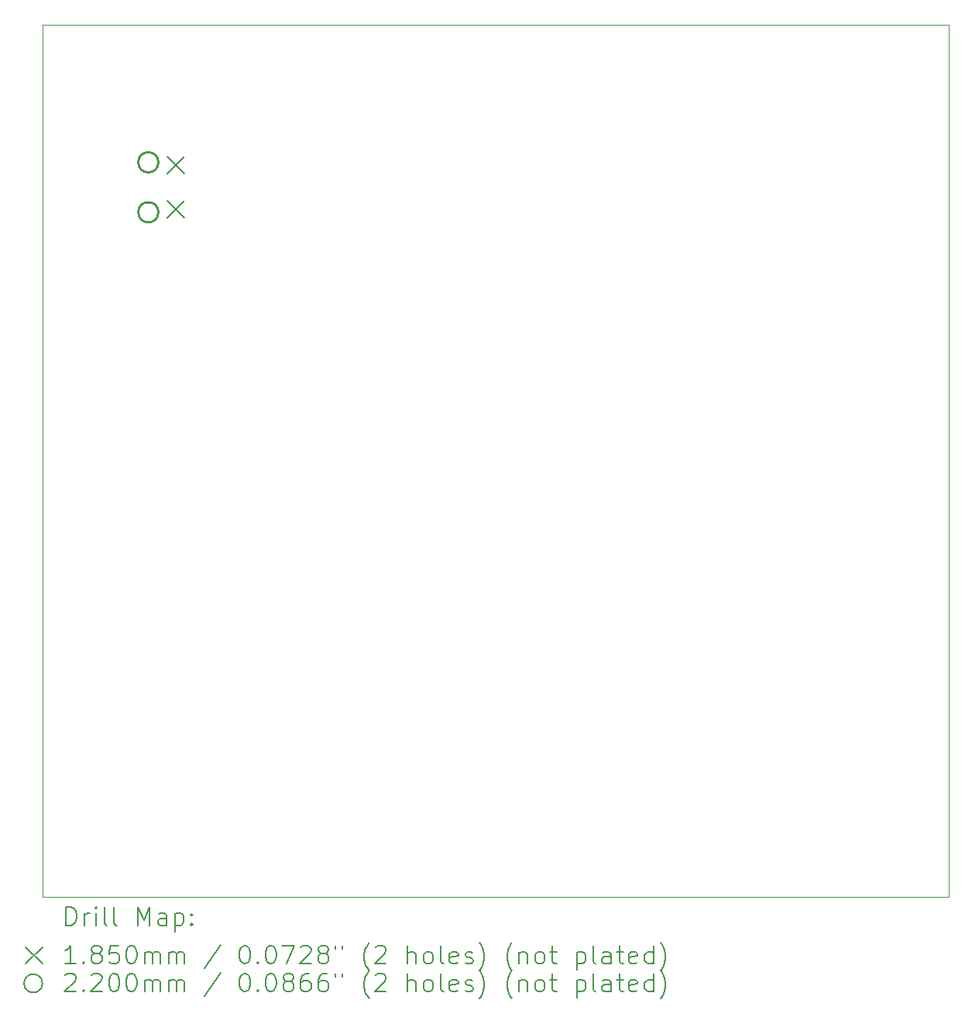
<source format=gbr>
%TF.GenerationSoftware,KiCad,Pcbnew,9.0.2*%
%TF.CreationDate,2025-06-21T00:54:54+02:00*%
%TF.ProjectId,schaltung_labor_netzteil_display,73636861-6c74-4756-9e67-5f6c61626f72,rev?*%
%TF.SameCoordinates,Original*%
%TF.FileFunction,Drillmap*%
%TF.FilePolarity,Positive*%
%FSLAX45Y45*%
G04 Gerber Fmt 4.5, Leading zero omitted, Abs format (unit mm)*
G04 Created by KiCad (PCBNEW 9.0.2) date 2025-06-21 00:54:54*
%MOMM*%
%LPD*%
G01*
G04 APERTURE LIST*
%ADD10C,0.050000*%
%ADD11C,0.200000*%
%ADD12C,0.185000*%
%ADD13C,0.220000*%
G04 APERTURE END LIST*
D10*
X17653000Y-2032000D02*
X27559000Y-2032000D01*
X27559000Y-11557000D01*
X17653000Y-11557000D01*
X17653000Y-2032000D01*
D11*
D12*
X19019500Y-3475000D02*
X19204500Y-3660000D01*
X19204500Y-3475000D02*
X19019500Y-3660000D01*
X19019500Y-3960000D02*
X19204500Y-4145000D01*
X19204500Y-3960000D02*
X19019500Y-4145000D01*
D13*
X18919000Y-3537500D02*
G75*
G02*
X18699000Y-3537500I-110000J0D01*
G01*
X18699000Y-3537500D02*
G75*
G02*
X18919000Y-3537500I110000J0D01*
G01*
X18919000Y-4082500D02*
G75*
G02*
X18699000Y-4082500I-110000J0D01*
G01*
X18699000Y-4082500D02*
G75*
G02*
X18919000Y-4082500I110000J0D01*
G01*
D11*
X17911277Y-11870984D02*
X17911277Y-11670984D01*
X17911277Y-11670984D02*
X17958896Y-11670984D01*
X17958896Y-11670984D02*
X17987467Y-11680508D01*
X17987467Y-11680508D02*
X18006515Y-11699555D01*
X18006515Y-11699555D02*
X18016039Y-11718603D01*
X18016039Y-11718603D02*
X18025563Y-11756698D01*
X18025563Y-11756698D02*
X18025563Y-11785269D01*
X18025563Y-11785269D02*
X18016039Y-11823365D01*
X18016039Y-11823365D02*
X18006515Y-11842412D01*
X18006515Y-11842412D02*
X17987467Y-11861460D01*
X17987467Y-11861460D02*
X17958896Y-11870984D01*
X17958896Y-11870984D02*
X17911277Y-11870984D01*
X18111277Y-11870984D02*
X18111277Y-11737650D01*
X18111277Y-11775746D02*
X18120801Y-11756698D01*
X18120801Y-11756698D02*
X18130324Y-11747174D01*
X18130324Y-11747174D02*
X18149372Y-11737650D01*
X18149372Y-11737650D02*
X18168420Y-11737650D01*
X18235086Y-11870984D02*
X18235086Y-11737650D01*
X18235086Y-11670984D02*
X18225563Y-11680508D01*
X18225563Y-11680508D02*
X18235086Y-11690031D01*
X18235086Y-11690031D02*
X18244610Y-11680508D01*
X18244610Y-11680508D02*
X18235086Y-11670984D01*
X18235086Y-11670984D02*
X18235086Y-11690031D01*
X18358896Y-11870984D02*
X18339848Y-11861460D01*
X18339848Y-11861460D02*
X18330324Y-11842412D01*
X18330324Y-11842412D02*
X18330324Y-11670984D01*
X18463658Y-11870984D02*
X18444610Y-11861460D01*
X18444610Y-11861460D02*
X18435086Y-11842412D01*
X18435086Y-11842412D02*
X18435086Y-11670984D01*
X18692229Y-11870984D02*
X18692229Y-11670984D01*
X18692229Y-11670984D02*
X18758896Y-11813841D01*
X18758896Y-11813841D02*
X18825563Y-11670984D01*
X18825563Y-11670984D02*
X18825563Y-11870984D01*
X19006515Y-11870984D02*
X19006515Y-11766222D01*
X19006515Y-11766222D02*
X18996991Y-11747174D01*
X18996991Y-11747174D02*
X18977944Y-11737650D01*
X18977944Y-11737650D02*
X18939848Y-11737650D01*
X18939848Y-11737650D02*
X18920801Y-11747174D01*
X19006515Y-11861460D02*
X18987467Y-11870984D01*
X18987467Y-11870984D02*
X18939848Y-11870984D01*
X18939848Y-11870984D02*
X18920801Y-11861460D01*
X18920801Y-11861460D02*
X18911277Y-11842412D01*
X18911277Y-11842412D02*
X18911277Y-11823365D01*
X18911277Y-11823365D02*
X18920801Y-11804317D01*
X18920801Y-11804317D02*
X18939848Y-11794793D01*
X18939848Y-11794793D02*
X18987467Y-11794793D01*
X18987467Y-11794793D02*
X19006515Y-11785269D01*
X19101753Y-11737650D02*
X19101753Y-11937650D01*
X19101753Y-11747174D02*
X19120801Y-11737650D01*
X19120801Y-11737650D02*
X19158896Y-11737650D01*
X19158896Y-11737650D02*
X19177944Y-11747174D01*
X19177944Y-11747174D02*
X19187467Y-11756698D01*
X19187467Y-11756698D02*
X19196991Y-11775746D01*
X19196991Y-11775746D02*
X19196991Y-11832888D01*
X19196991Y-11832888D02*
X19187467Y-11851936D01*
X19187467Y-11851936D02*
X19177944Y-11861460D01*
X19177944Y-11861460D02*
X19158896Y-11870984D01*
X19158896Y-11870984D02*
X19120801Y-11870984D01*
X19120801Y-11870984D02*
X19101753Y-11861460D01*
X19282705Y-11851936D02*
X19292229Y-11861460D01*
X19292229Y-11861460D02*
X19282705Y-11870984D01*
X19282705Y-11870984D02*
X19273182Y-11861460D01*
X19273182Y-11861460D02*
X19282705Y-11851936D01*
X19282705Y-11851936D02*
X19282705Y-11870984D01*
X19282705Y-11747174D02*
X19292229Y-11756698D01*
X19292229Y-11756698D02*
X19282705Y-11766222D01*
X19282705Y-11766222D02*
X19273182Y-11756698D01*
X19273182Y-11756698D02*
X19282705Y-11747174D01*
X19282705Y-11747174D02*
X19282705Y-11766222D01*
D12*
X17465500Y-12107000D02*
X17650500Y-12292000D01*
X17650500Y-12107000D02*
X17465500Y-12292000D01*
D11*
X18016039Y-12290984D02*
X17901753Y-12290984D01*
X17958896Y-12290984D02*
X17958896Y-12090984D01*
X17958896Y-12090984D02*
X17939848Y-12119555D01*
X17939848Y-12119555D02*
X17920801Y-12138603D01*
X17920801Y-12138603D02*
X17901753Y-12148127D01*
X18101753Y-12271936D02*
X18111277Y-12281460D01*
X18111277Y-12281460D02*
X18101753Y-12290984D01*
X18101753Y-12290984D02*
X18092229Y-12281460D01*
X18092229Y-12281460D02*
X18101753Y-12271936D01*
X18101753Y-12271936D02*
X18101753Y-12290984D01*
X18225563Y-12176698D02*
X18206515Y-12167174D01*
X18206515Y-12167174D02*
X18196991Y-12157650D01*
X18196991Y-12157650D02*
X18187467Y-12138603D01*
X18187467Y-12138603D02*
X18187467Y-12129079D01*
X18187467Y-12129079D02*
X18196991Y-12110031D01*
X18196991Y-12110031D02*
X18206515Y-12100508D01*
X18206515Y-12100508D02*
X18225563Y-12090984D01*
X18225563Y-12090984D02*
X18263658Y-12090984D01*
X18263658Y-12090984D02*
X18282705Y-12100508D01*
X18282705Y-12100508D02*
X18292229Y-12110031D01*
X18292229Y-12110031D02*
X18301753Y-12129079D01*
X18301753Y-12129079D02*
X18301753Y-12138603D01*
X18301753Y-12138603D02*
X18292229Y-12157650D01*
X18292229Y-12157650D02*
X18282705Y-12167174D01*
X18282705Y-12167174D02*
X18263658Y-12176698D01*
X18263658Y-12176698D02*
X18225563Y-12176698D01*
X18225563Y-12176698D02*
X18206515Y-12186222D01*
X18206515Y-12186222D02*
X18196991Y-12195746D01*
X18196991Y-12195746D02*
X18187467Y-12214793D01*
X18187467Y-12214793D02*
X18187467Y-12252888D01*
X18187467Y-12252888D02*
X18196991Y-12271936D01*
X18196991Y-12271936D02*
X18206515Y-12281460D01*
X18206515Y-12281460D02*
X18225563Y-12290984D01*
X18225563Y-12290984D02*
X18263658Y-12290984D01*
X18263658Y-12290984D02*
X18282705Y-12281460D01*
X18282705Y-12281460D02*
X18292229Y-12271936D01*
X18292229Y-12271936D02*
X18301753Y-12252888D01*
X18301753Y-12252888D02*
X18301753Y-12214793D01*
X18301753Y-12214793D02*
X18292229Y-12195746D01*
X18292229Y-12195746D02*
X18282705Y-12186222D01*
X18282705Y-12186222D02*
X18263658Y-12176698D01*
X18482705Y-12090984D02*
X18387467Y-12090984D01*
X18387467Y-12090984D02*
X18377944Y-12186222D01*
X18377944Y-12186222D02*
X18387467Y-12176698D01*
X18387467Y-12176698D02*
X18406515Y-12167174D01*
X18406515Y-12167174D02*
X18454134Y-12167174D01*
X18454134Y-12167174D02*
X18473182Y-12176698D01*
X18473182Y-12176698D02*
X18482705Y-12186222D01*
X18482705Y-12186222D02*
X18492229Y-12205269D01*
X18492229Y-12205269D02*
X18492229Y-12252888D01*
X18492229Y-12252888D02*
X18482705Y-12271936D01*
X18482705Y-12271936D02*
X18473182Y-12281460D01*
X18473182Y-12281460D02*
X18454134Y-12290984D01*
X18454134Y-12290984D02*
X18406515Y-12290984D01*
X18406515Y-12290984D02*
X18387467Y-12281460D01*
X18387467Y-12281460D02*
X18377944Y-12271936D01*
X18616039Y-12090984D02*
X18635086Y-12090984D01*
X18635086Y-12090984D02*
X18654134Y-12100508D01*
X18654134Y-12100508D02*
X18663658Y-12110031D01*
X18663658Y-12110031D02*
X18673182Y-12129079D01*
X18673182Y-12129079D02*
X18682705Y-12167174D01*
X18682705Y-12167174D02*
X18682705Y-12214793D01*
X18682705Y-12214793D02*
X18673182Y-12252888D01*
X18673182Y-12252888D02*
X18663658Y-12271936D01*
X18663658Y-12271936D02*
X18654134Y-12281460D01*
X18654134Y-12281460D02*
X18635086Y-12290984D01*
X18635086Y-12290984D02*
X18616039Y-12290984D01*
X18616039Y-12290984D02*
X18596991Y-12281460D01*
X18596991Y-12281460D02*
X18587467Y-12271936D01*
X18587467Y-12271936D02*
X18577944Y-12252888D01*
X18577944Y-12252888D02*
X18568420Y-12214793D01*
X18568420Y-12214793D02*
X18568420Y-12167174D01*
X18568420Y-12167174D02*
X18577944Y-12129079D01*
X18577944Y-12129079D02*
X18587467Y-12110031D01*
X18587467Y-12110031D02*
X18596991Y-12100508D01*
X18596991Y-12100508D02*
X18616039Y-12090984D01*
X18768420Y-12290984D02*
X18768420Y-12157650D01*
X18768420Y-12176698D02*
X18777944Y-12167174D01*
X18777944Y-12167174D02*
X18796991Y-12157650D01*
X18796991Y-12157650D02*
X18825563Y-12157650D01*
X18825563Y-12157650D02*
X18844610Y-12167174D01*
X18844610Y-12167174D02*
X18854134Y-12186222D01*
X18854134Y-12186222D02*
X18854134Y-12290984D01*
X18854134Y-12186222D02*
X18863658Y-12167174D01*
X18863658Y-12167174D02*
X18882705Y-12157650D01*
X18882705Y-12157650D02*
X18911277Y-12157650D01*
X18911277Y-12157650D02*
X18930325Y-12167174D01*
X18930325Y-12167174D02*
X18939848Y-12186222D01*
X18939848Y-12186222D02*
X18939848Y-12290984D01*
X19035086Y-12290984D02*
X19035086Y-12157650D01*
X19035086Y-12176698D02*
X19044610Y-12167174D01*
X19044610Y-12167174D02*
X19063658Y-12157650D01*
X19063658Y-12157650D02*
X19092229Y-12157650D01*
X19092229Y-12157650D02*
X19111277Y-12167174D01*
X19111277Y-12167174D02*
X19120801Y-12186222D01*
X19120801Y-12186222D02*
X19120801Y-12290984D01*
X19120801Y-12186222D02*
X19130325Y-12167174D01*
X19130325Y-12167174D02*
X19149372Y-12157650D01*
X19149372Y-12157650D02*
X19177944Y-12157650D01*
X19177944Y-12157650D02*
X19196991Y-12167174D01*
X19196991Y-12167174D02*
X19206515Y-12186222D01*
X19206515Y-12186222D02*
X19206515Y-12290984D01*
X19596991Y-12081460D02*
X19425563Y-12338603D01*
X19854134Y-12090984D02*
X19873182Y-12090984D01*
X19873182Y-12090984D02*
X19892229Y-12100508D01*
X19892229Y-12100508D02*
X19901753Y-12110031D01*
X19901753Y-12110031D02*
X19911277Y-12129079D01*
X19911277Y-12129079D02*
X19920801Y-12167174D01*
X19920801Y-12167174D02*
X19920801Y-12214793D01*
X19920801Y-12214793D02*
X19911277Y-12252888D01*
X19911277Y-12252888D02*
X19901753Y-12271936D01*
X19901753Y-12271936D02*
X19892229Y-12281460D01*
X19892229Y-12281460D02*
X19873182Y-12290984D01*
X19873182Y-12290984D02*
X19854134Y-12290984D01*
X19854134Y-12290984D02*
X19835087Y-12281460D01*
X19835087Y-12281460D02*
X19825563Y-12271936D01*
X19825563Y-12271936D02*
X19816039Y-12252888D01*
X19816039Y-12252888D02*
X19806515Y-12214793D01*
X19806515Y-12214793D02*
X19806515Y-12167174D01*
X19806515Y-12167174D02*
X19816039Y-12129079D01*
X19816039Y-12129079D02*
X19825563Y-12110031D01*
X19825563Y-12110031D02*
X19835087Y-12100508D01*
X19835087Y-12100508D02*
X19854134Y-12090984D01*
X20006515Y-12271936D02*
X20016039Y-12281460D01*
X20016039Y-12281460D02*
X20006515Y-12290984D01*
X20006515Y-12290984D02*
X19996991Y-12281460D01*
X19996991Y-12281460D02*
X20006515Y-12271936D01*
X20006515Y-12271936D02*
X20006515Y-12290984D01*
X20139848Y-12090984D02*
X20158896Y-12090984D01*
X20158896Y-12090984D02*
X20177944Y-12100508D01*
X20177944Y-12100508D02*
X20187468Y-12110031D01*
X20187468Y-12110031D02*
X20196991Y-12129079D01*
X20196991Y-12129079D02*
X20206515Y-12167174D01*
X20206515Y-12167174D02*
X20206515Y-12214793D01*
X20206515Y-12214793D02*
X20196991Y-12252888D01*
X20196991Y-12252888D02*
X20187468Y-12271936D01*
X20187468Y-12271936D02*
X20177944Y-12281460D01*
X20177944Y-12281460D02*
X20158896Y-12290984D01*
X20158896Y-12290984D02*
X20139848Y-12290984D01*
X20139848Y-12290984D02*
X20120801Y-12281460D01*
X20120801Y-12281460D02*
X20111277Y-12271936D01*
X20111277Y-12271936D02*
X20101753Y-12252888D01*
X20101753Y-12252888D02*
X20092229Y-12214793D01*
X20092229Y-12214793D02*
X20092229Y-12167174D01*
X20092229Y-12167174D02*
X20101753Y-12129079D01*
X20101753Y-12129079D02*
X20111277Y-12110031D01*
X20111277Y-12110031D02*
X20120801Y-12100508D01*
X20120801Y-12100508D02*
X20139848Y-12090984D01*
X20273182Y-12090984D02*
X20406515Y-12090984D01*
X20406515Y-12090984D02*
X20320801Y-12290984D01*
X20473182Y-12110031D02*
X20482706Y-12100508D01*
X20482706Y-12100508D02*
X20501753Y-12090984D01*
X20501753Y-12090984D02*
X20549372Y-12090984D01*
X20549372Y-12090984D02*
X20568420Y-12100508D01*
X20568420Y-12100508D02*
X20577944Y-12110031D01*
X20577944Y-12110031D02*
X20587468Y-12129079D01*
X20587468Y-12129079D02*
X20587468Y-12148127D01*
X20587468Y-12148127D02*
X20577944Y-12176698D01*
X20577944Y-12176698D02*
X20463658Y-12290984D01*
X20463658Y-12290984D02*
X20587468Y-12290984D01*
X20701753Y-12176698D02*
X20682706Y-12167174D01*
X20682706Y-12167174D02*
X20673182Y-12157650D01*
X20673182Y-12157650D02*
X20663658Y-12138603D01*
X20663658Y-12138603D02*
X20663658Y-12129079D01*
X20663658Y-12129079D02*
X20673182Y-12110031D01*
X20673182Y-12110031D02*
X20682706Y-12100508D01*
X20682706Y-12100508D02*
X20701753Y-12090984D01*
X20701753Y-12090984D02*
X20739849Y-12090984D01*
X20739849Y-12090984D02*
X20758896Y-12100508D01*
X20758896Y-12100508D02*
X20768420Y-12110031D01*
X20768420Y-12110031D02*
X20777944Y-12129079D01*
X20777944Y-12129079D02*
X20777944Y-12138603D01*
X20777944Y-12138603D02*
X20768420Y-12157650D01*
X20768420Y-12157650D02*
X20758896Y-12167174D01*
X20758896Y-12167174D02*
X20739849Y-12176698D01*
X20739849Y-12176698D02*
X20701753Y-12176698D01*
X20701753Y-12176698D02*
X20682706Y-12186222D01*
X20682706Y-12186222D02*
X20673182Y-12195746D01*
X20673182Y-12195746D02*
X20663658Y-12214793D01*
X20663658Y-12214793D02*
X20663658Y-12252888D01*
X20663658Y-12252888D02*
X20673182Y-12271936D01*
X20673182Y-12271936D02*
X20682706Y-12281460D01*
X20682706Y-12281460D02*
X20701753Y-12290984D01*
X20701753Y-12290984D02*
X20739849Y-12290984D01*
X20739849Y-12290984D02*
X20758896Y-12281460D01*
X20758896Y-12281460D02*
X20768420Y-12271936D01*
X20768420Y-12271936D02*
X20777944Y-12252888D01*
X20777944Y-12252888D02*
X20777944Y-12214793D01*
X20777944Y-12214793D02*
X20768420Y-12195746D01*
X20768420Y-12195746D02*
X20758896Y-12186222D01*
X20758896Y-12186222D02*
X20739849Y-12176698D01*
X20854134Y-12090984D02*
X20854134Y-12129079D01*
X20930325Y-12090984D02*
X20930325Y-12129079D01*
X21225563Y-12367174D02*
X21216039Y-12357650D01*
X21216039Y-12357650D02*
X21196991Y-12329079D01*
X21196991Y-12329079D02*
X21187468Y-12310031D01*
X21187468Y-12310031D02*
X21177944Y-12281460D01*
X21177944Y-12281460D02*
X21168420Y-12233841D01*
X21168420Y-12233841D02*
X21168420Y-12195746D01*
X21168420Y-12195746D02*
X21177944Y-12148127D01*
X21177944Y-12148127D02*
X21187468Y-12119555D01*
X21187468Y-12119555D02*
X21196991Y-12100508D01*
X21196991Y-12100508D02*
X21216039Y-12071936D01*
X21216039Y-12071936D02*
X21225563Y-12062412D01*
X21292230Y-12110031D02*
X21301753Y-12100508D01*
X21301753Y-12100508D02*
X21320801Y-12090984D01*
X21320801Y-12090984D02*
X21368420Y-12090984D01*
X21368420Y-12090984D02*
X21387468Y-12100508D01*
X21387468Y-12100508D02*
X21396991Y-12110031D01*
X21396991Y-12110031D02*
X21406515Y-12129079D01*
X21406515Y-12129079D02*
X21406515Y-12148127D01*
X21406515Y-12148127D02*
X21396991Y-12176698D01*
X21396991Y-12176698D02*
X21282706Y-12290984D01*
X21282706Y-12290984D02*
X21406515Y-12290984D01*
X21644611Y-12290984D02*
X21644611Y-12090984D01*
X21730325Y-12290984D02*
X21730325Y-12186222D01*
X21730325Y-12186222D02*
X21720801Y-12167174D01*
X21720801Y-12167174D02*
X21701753Y-12157650D01*
X21701753Y-12157650D02*
X21673182Y-12157650D01*
X21673182Y-12157650D02*
X21654134Y-12167174D01*
X21654134Y-12167174D02*
X21644611Y-12176698D01*
X21854134Y-12290984D02*
X21835087Y-12281460D01*
X21835087Y-12281460D02*
X21825563Y-12271936D01*
X21825563Y-12271936D02*
X21816039Y-12252888D01*
X21816039Y-12252888D02*
X21816039Y-12195746D01*
X21816039Y-12195746D02*
X21825563Y-12176698D01*
X21825563Y-12176698D02*
X21835087Y-12167174D01*
X21835087Y-12167174D02*
X21854134Y-12157650D01*
X21854134Y-12157650D02*
X21882706Y-12157650D01*
X21882706Y-12157650D02*
X21901753Y-12167174D01*
X21901753Y-12167174D02*
X21911277Y-12176698D01*
X21911277Y-12176698D02*
X21920801Y-12195746D01*
X21920801Y-12195746D02*
X21920801Y-12252888D01*
X21920801Y-12252888D02*
X21911277Y-12271936D01*
X21911277Y-12271936D02*
X21901753Y-12281460D01*
X21901753Y-12281460D02*
X21882706Y-12290984D01*
X21882706Y-12290984D02*
X21854134Y-12290984D01*
X22035087Y-12290984D02*
X22016039Y-12281460D01*
X22016039Y-12281460D02*
X22006515Y-12262412D01*
X22006515Y-12262412D02*
X22006515Y-12090984D01*
X22187468Y-12281460D02*
X22168420Y-12290984D01*
X22168420Y-12290984D02*
X22130325Y-12290984D01*
X22130325Y-12290984D02*
X22111277Y-12281460D01*
X22111277Y-12281460D02*
X22101753Y-12262412D01*
X22101753Y-12262412D02*
X22101753Y-12186222D01*
X22101753Y-12186222D02*
X22111277Y-12167174D01*
X22111277Y-12167174D02*
X22130325Y-12157650D01*
X22130325Y-12157650D02*
X22168420Y-12157650D01*
X22168420Y-12157650D02*
X22187468Y-12167174D01*
X22187468Y-12167174D02*
X22196992Y-12186222D01*
X22196992Y-12186222D02*
X22196992Y-12205269D01*
X22196992Y-12205269D02*
X22101753Y-12224317D01*
X22273182Y-12281460D02*
X22292230Y-12290984D01*
X22292230Y-12290984D02*
X22330325Y-12290984D01*
X22330325Y-12290984D02*
X22349373Y-12281460D01*
X22349373Y-12281460D02*
X22358896Y-12262412D01*
X22358896Y-12262412D02*
X22358896Y-12252888D01*
X22358896Y-12252888D02*
X22349373Y-12233841D01*
X22349373Y-12233841D02*
X22330325Y-12224317D01*
X22330325Y-12224317D02*
X22301753Y-12224317D01*
X22301753Y-12224317D02*
X22282706Y-12214793D01*
X22282706Y-12214793D02*
X22273182Y-12195746D01*
X22273182Y-12195746D02*
X22273182Y-12186222D01*
X22273182Y-12186222D02*
X22282706Y-12167174D01*
X22282706Y-12167174D02*
X22301753Y-12157650D01*
X22301753Y-12157650D02*
X22330325Y-12157650D01*
X22330325Y-12157650D02*
X22349373Y-12167174D01*
X22425563Y-12367174D02*
X22435087Y-12357650D01*
X22435087Y-12357650D02*
X22454134Y-12329079D01*
X22454134Y-12329079D02*
X22463658Y-12310031D01*
X22463658Y-12310031D02*
X22473182Y-12281460D01*
X22473182Y-12281460D02*
X22482706Y-12233841D01*
X22482706Y-12233841D02*
X22482706Y-12195746D01*
X22482706Y-12195746D02*
X22473182Y-12148127D01*
X22473182Y-12148127D02*
X22463658Y-12119555D01*
X22463658Y-12119555D02*
X22454134Y-12100508D01*
X22454134Y-12100508D02*
X22435087Y-12071936D01*
X22435087Y-12071936D02*
X22425563Y-12062412D01*
X22787468Y-12367174D02*
X22777944Y-12357650D01*
X22777944Y-12357650D02*
X22758896Y-12329079D01*
X22758896Y-12329079D02*
X22749372Y-12310031D01*
X22749372Y-12310031D02*
X22739849Y-12281460D01*
X22739849Y-12281460D02*
X22730325Y-12233841D01*
X22730325Y-12233841D02*
X22730325Y-12195746D01*
X22730325Y-12195746D02*
X22739849Y-12148127D01*
X22739849Y-12148127D02*
X22749372Y-12119555D01*
X22749372Y-12119555D02*
X22758896Y-12100508D01*
X22758896Y-12100508D02*
X22777944Y-12071936D01*
X22777944Y-12071936D02*
X22787468Y-12062412D01*
X22863658Y-12157650D02*
X22863658Y-12290984D01*
X22863658Y-12176698D02*
X22873182Y-12167174D01*
X22873182Y-12167174D02*
X22892230Y-12157650D01*
X22892230Y-12157650D02*
X22920801Y-12157650D01*
X22920801Y-12157650D02*
X22939849Y-12167174D01*
X22939849Y-12167174D02*
X22949372Y-12186222D01*
X22949372Y-12186222D02*
X22949372Y-12290984D01*
X23073182Y-12290984D02*
X23054134Y-12281460D01*
X23054134Y-12281460D02*
X23044611Y-12271936D01*
X23044611Y-12271936D02*
X23035087Y-12252888D01*
X23035087Y-12252888D02*
X23035087Y-12195746D01*
X23035087Y-12195746D02*
X23044611Y-12176698D01*
X23044611Y-12176698D02*
X23054134Y-12167174D01*
X23054134Y-12167174D02*
X23073182Y-12157650D01*
X23073182Y-12157650D02*
X23101753Y-12157650D01*
X23101753Y-12157650D02*
X23120801Y-12167174D01*
X23120801Y-12167174D02*
X23130325Y-12176698D01*
X23130325Y-12176698D02*
X23139849Y-12195746D01*
X23139849Y-12195746D02*
X23139849Y-12252888D01*
X23139849Y-12252888D02*
X23130325Y-12271936D01*
X23130325Y-12271936D02*
X23120801Y-12281460D01*
X23120801Y-12281460D02*
X23101753Y-12290984D01*
X23101753Y-12290984D02*
X23073182Y-12290984D01*
X23196992Y-12157650D02*
X23273182Y-12157650D01*
X23225563Y-12090984D02*
X23225563Y-12262412D01*
X23225563Y-12262412D02*
X23235087Y-12281460D01*
X23235087Y-12281460D02*
X23254134Y-12290984D01*
X23254134Y-12290984D02*
X23273182Y-12290984D01*
X23492230Y-12157650D02*
X23492230Y-12357650D01*
X23492230Y-12167174D02*
X23511277Y-12157650D01*
X23511277Y-12157650D02*
X23549373Y-12157650D01*
X23549373Y-12157650D02*
X23568420Y-12167174D01*
X23568420Y-12167174D02*
X23577944Y-12176698D01*
X23577944Y-12176698D02*
X23587468Y-12195746D01*
X23587468Y-12195746D02*
X23587468Y-12252888D01*
X23587468Y-12252888D02*
X23577944Y-12271936D01*
X23577944Y-12271936D02*
X23568420Y-12281460D01*
X23568420Y-12281460D02*
X23549373Y-12290984D01*
X23549373Y-12290984D02*
X23511277Y-12290984D01*
X23511277Y-12290984D02*
X23492230Y-12281460D01*
X23701753Y-12290984D02*
X23682706Y-12281460D01*
X23682706Y-12281460D02*
X23673182Y-12262412D01*
X23673182Y-12262412D02*
X23673182Y-12090984D01*
X23863658Y-12290984D02*
X23863658Y-12186222D01*
X23863658Y-12186222D02*
X23854134Y-12167174D01*
X23854134Y-12167174D02*
X23835087Y-12157650D01*
X23835087Y-12157650D02*
X23796992Y-12157650D01*
X23796992Y-12157650D02*
X23777944Y-12167174D01*
X23863658Y-12281460D02*
X23844611Y-12290984D01*
X23844611Y-12290984D02*
X23796992Y-12290984D01*
X23796992Y-12290984D02*
X23777944Y-12281460D01*
X23777944Y-12281460D02*
X23768420Y-12262412D01*
X23768420Y-12262412D02*
X23768420Y-12243365D01*
X23768420Y-12243365D02*
X23777944Y-12224317D01*
X23777944Y-12224317D02*
X23796992Y-12214793D01*
X23796992Y-12214793D02*
X23844611Y-12214793D01*
X23844611Y-12214793D02*
X23863658Y-12205269D01*
X23930325Y-12157650D02*
X24006515Y-12157650D01*
X23958896Y-12090984D02*
X23958896Y-12262412D01*
X23958896Y-12262412D02*
X23968420Y-12281460D01*
X23968420Y-12281460D02*
X23987468Y-12290984D01*
X23987468Y-12290984D02*
X24006515Y-12290984D01*
X24149373Y-12281460D02*
X24130325Y-12290984D01*
X24130325Y-12290984D02*
X24092230Y-12290984D01*
X24092230Y-12290984D02*
X24073182Y-12281460D01*
X24073182Y-12281460D02*
X24063658Y-12262412D01*
X24063658Y-12262412D02*
X24063658Y-12186222D01*
X24063658Y-12186222D02*
X24073182Y-12167174D01*
X24073182Y-12167174D02*
X24092230Y-12157650D01*
X24092230Y-12157650D02*
X24130325Y-12157650D01*
X24130325Y-12157650D02*
X24149373Y-12167174D01*
X24149373Y-12167174D02*
X24158896Y-12186222D01*
X24158896Y-12186222D02*
X24158896Y-12205269D01*
X24158896Y-12205269D02*
X24063658Y-12224317D01*
X24330325Y-12290984D02*
X24330325Y-12090984D01*
X24330325Y-12281460D02*
X24311277Y-12290984D01*
X24311277Y-12290984D02*
X24273182Y-12290984D01*
X24273182Y-12290984D02*
X24254134Y-12281460D01*
X24254134Y-12281460D02*
X24244611Y-12271936D01*
X24244611Y-12271936D02*
X24235087Y-12252888D01*
X24235087Y-12252888D02*
X24235087Y-12195746D01*
X24235087Y-12195746D02*
X24244611Y-12176698D01*
X24244611Y-12176698D02*
X24254134Y-12167174D01*
X24254134Y-12167174D02*
X24273182Y-12157650D01*
X24273182Y-12157650D02*
X24311277Y-12157650D01*
X24311277Y-12157650D02*
X24330325Y-12167174D01*
X24406515Y-12367174D02*
X24416039Y-12357650D01*
X24416039Y-12357650D02*
X24435087Y-12329079D01*
X24435087Y-12329079D02*
X24444611Y-12310031D01*
X24444611Y-12310031D02*
X24454134Y-12281460D01*
X24454134Y-12281460D02*
X24463658Y-12233841D01*
X24463658Y-12233841D02*
X24463658Y-12195746D01*
X24463658Y-12195746D02*
X24454134Y-12148127D01*
X24454134Y-12148127D02*
X24444611Y-12119555D01*
X24444611Y-12119555D02*
X24435087Y-12100508D01*
X24435087Y-12100508D02*
X24416039Y-12071936D01*
X24416039Y-12071936D02*
X24406515Y-12062412D01*
X17650500Y-12504500D02*
G75*
G02*
X17450500Y-12504500I-100000J0D01*
G01*
X17450500Y-12504500D02*
G75*
G02*
X17650500Y-12504500I100000J0D01*
G01*
X17901753Y-12415031D02*
X17911277Y-12405508D01*
X17911277Y-12405508D02*
X17930324Y-12395984D01*
X17930324Y-12395984D02*
X17977944Y-12395984D01*
X17977944Y-12395984D02*
X17996991Y-12405508D01*
X17996991Y-12405508D02*
X18006515Y-12415031D01*
X18006515Y-12415031D02*
X18016039Y-12434079D01*
X18016039Y-12434079D02*
X18016039Y-12453127D01*
X18016039Y-12453127D02*
X18006515Y-12481698D01*
X18006515Y-12481698D02*
X17892229Y-12595984D01*
X17892229Y-12595984D02*
X18016039Y-12595984D01*
X18101753Y-12576936D02*
X18111277Y-12586460D01*
X18111277Y-12586460D02*
X18101753Y-12595984D01*
X18101753Y-12595984D02*
X18092229Y-12586460D01*
X18092229Y-12586460D02*
X18101753Y-12576936D01*
X18101753Y-12576936D02*
X18101753Y-12595984D01*
X18187467Y-12415031D02*
X18196991Y-12405508D01*
X18196991Y-12405508D02*
X18216039Y-12395984D01*
X18216039Y-12395984D02*
X18263658Y-12395984D01*
X18263658Y-12395984D02*
X18282705Y-12405508D01*
X18282705Y-12405508D02*
X18292229Y-12415031D01*
X18292229Y-12415031D02*
X18301753Y-12434079D01*
X18301753Y-12434079D02*
X18301753Y-12453127D01*
X18301753Y-12453127D02*
X18292229Y-12481698D01*
X18292229Y-12481698D02*
X18177944Y-12595984D01*
X18177944Y-12595984D02*
X18301753Y-12595984D01*
X18425563Y-12395984D02*
X18444610Y-12395984D01*
X18444610Y-12395984D02*
X18463658Y-12405508D01*
X18463658Y-12405508D02*
X18473182Y-12415031D01*
X18473182Y-12415031D02*
X18482705Y-12434079D01*
X18482705Y-12434079D02*
X18492229Y-12472174D01*
X18492229Y-12472174D02*
X18492229Y-12519793D01*
X18492229Y-12519793D02*
X18482705Y-12557888D01*
X18482705Y-12557888D02*
X18473182Y-12576936D01*
X18473182Y-12576936D02*
X18463658Y-12586460D01*
X18463658Y-12586460D02*
X18444610Y-12595984D01*
X18444610Y-12595984D02*
X18425563Y-12595984D01*
X18425563Y-12595984D02*
X18406515Y-12586460D01*
X18406515Y-12586460D02*
X18396991Y-12576936D01*
X18396991Y-12576936D02*
X18387467Y-12557888D01*
X18387467Y-12557888D02*
X18377944Y-12519793D01*
X18377944Y-12519793D02*
X18377944Y-12472174D01*
X18377944Y-12472174D02*
X18387467Y-12434079D01*
X18387467Y-12434079D02*
X18396991Y-12415031D01*
X18396991Y-12415031D02*
X18406515Y-12405508D01*
X18406515Y-12405508D02*
X18425563Y-12395984D01*
X18616039Y-12395984D02*
X18635086Y-12395984D01*
X18635086Y-12395984D02*
X18654134Y-12405508D01*
X18654134Y-12405508D02*
X18663658Y-12415031D01*
X18663658Y-12415031D02*
X18673182Y-12434079D01*
X18673182Y-12434079D02*
X18682705Y-12472174D01*
X18682705Y-12472174D02*
X18682705Y-12519793D01*
X18682705Y-12519793D02*
X18673182Y-12557888D01*
X18673182Y-12557888D02*
X18663658Y-12576936D01*
X18663658Y-12576936D02*
X18654134Y-12586460D01*
X18654134Y-12586460D02*
X18635086Y-12595984D01*
X18635086Y-12595984D02*
X18616039Y-12595984D01*
X18616039Y-12595984D02*
X18596991Y-12586460D01*
X18596991Y-12586460D02*
X18587467Y-12576936D01*
X18587467Y-12576936D02*
X18577944Y-12557888D01*
X18577944Y-12557888D02*
X18568420Y-12519793D01*
X18568420Y-12519793D02*
X18568420Y-12472174D01*
X18568420Y-12472174D02*
X18577944Y-12434079D01*
X18577944Y-12434079D02*
X18587467Y-12415031D01*
X18587467Y-12415031D02*
X18596991Y-12405508D01*
X18596991Y-12405508D02*
X18616039Y-12395984D01*
X18768420Y-12595984D02*
X18768420Y-12462650D01*
X18768420Y-12481698D02*
X18777944Y-12472174D01*
X18777944Y-12472174D02*
X18796991Y-12462650D01*
X18796991Y-12462650D02*
X18825563Y-12462650D01*
X18825563Y-12462650D02*
X18844610Y-12472174D01*
X18844610Y-12472174D02*
X18854134Y-12491222D01*
X18854134Y-12491222D02*
X18854134Y-12595984D01*
X18854134Y-12491222D02*
X18863658Y-12472174D01*
X18863658Y-12472174D02*
X18882705Y-12462650D01*
X18882705Y-12462650D02*
X18911277Y-12462650D01*
X18911277Y-12462650D02*
X18930325Y-12472174D01*
X18930325Y-12472174D02*
X18939848Y-12491222D01*
X18939848Y-12491222D02*
X18939848Y-12595984D01*
X19035086Y-12595984D02*
X19035086Y-12462650D01*
X19035086Y-12481698D02*
X19044610Y-12472174D01*
X19044610Y-12472174D02*
X19063658Y-12462650D01*
X19063658Y-12462650D02*
X19092229Y-12462650D01*
X19092229Y-12462650D02*
X19111277Y-12472174D01*
X19111277Y-12472174D02*
X19120801Y-12491222D01*
X19120801Y-12491222D02*
X19120801Y-12595984D01*
X19120801Y-12491222D02*
X19130325Y-12472174D01*
X19130325Y-12472174D02*
X19149372Y-12462650D01*
X19149372Y-12462650D02*
X19177944Y-12462650D01*
X19177944Y-12462650D02*
X19196991Y-12472174D01*
X19196991Y-12472174D02*
X19206515Y-12491222D01*
X19206515Y-12491222D02*
X19206515Y-12595984D01*
X19596991Y-12386460D02*
X19425563Y-12643603D01*
X19854134Y-12395984D02*
X19873182Y-12395984D01*
X19873182Y-12395984D02*
X19892229Y-12405508D01*
X19892229Y-12405508D02*
X19901753Y-12415031D01*
X19901753Y-12415031D02*
X19911277Y-12434079D01*
X19911277Y-12434079D02*
X19920801Y-12472174D01*
X19920801Y-12472174D02*
X19920801Y-12519793D01*
X19920801Y-12519793D02*
X19911277Y-12557888D01*
X19911277Y-12557888D02*
X19901753Y-12576936D01*
X19901753Y-12576936D02*
X19892229Y-12586460D01*
X19892229Y-12586460D02*
X19873182Y-12595984D01*
X19873182Y-12595984D02*
X19854134Y-12595984D01*
X19854134Y-12595984D02*
X19835087Y-12586460D01*
X19835087Y-12586460D02*
X19825563Y-12576936D01*
X19825563Y-12576936D02*
X19816039Y-12557888D01*
X19816039Y-12557888D02*
X19806515Y-12519793D01*
X19806515Y-12519793D02*
X19806515Y-12472174D01*
X19806515Y-12472174D02*
X19816039Y-12434079D01*
X19816039Y-12434079D02*
X19825563Y-12415031D01*
X19825563Y-12415031D02*
X19835087Y-12405508D01*
X19835087Y-12405508D02*
X19854134Y-12395984D01*
X20006515Y-12576936D02*
X20016039Y-12586460D01*
X20016039Y-12586460D02*
X20006515Y-12595984D01*
X20006515Y-12595984D02*
X19996991Y-12586460D01*
X19996991Y-12586460D02*
X20006515Y-12576936D01*
X20006515Y-12576936D02*
X20006515Y-12595984D01*
X20139848Y-12395984D02*
X20158896Y-12395984D01*
X20158896Y-12395984D02*
X20177944Y-12405508D01*
X20177944Y-12405508D02*
X20187468Y-12415031D01*
X20187468Y-12415031D02*
X20196991Y-12434079D01*
X20196991Y-12434079D02*
X20206515Y-12472174D01*
X20206515Y-12472174D02*
X20206515Y-12519793D01*
X20206515Y-12519793D02*
X20196991Y-12557888D01*
X20196991Y-12557888D02*
X20187468Y-12576936D01*
X20187468Y-12576936D02*
X20177944Y-12586460D01*
X20177944Y-12586460D02*
X20158896Y-12595984D01*
X20158896Y-12595984D02*
X20139848Y-12595984D01*
X20139848Y-12595984D02*
X20120801Y-12586460D01*
X20120801Y-12586460D02*
X20111277Y-12576936D01*
X20111277Y-12576936D02*
X20101753Y-12557888D01*
X20101753Y-12557888D02*
X20092229Y-12519793D01*
X20092229Y-12519793D02*
X20092229Y-12472174D01*
X20092229Y-12472174D02*
X20101753Y-12434079D01*
X20101753Y-12434079D02*
X20111277Y-12415031D01*
X20111277Y-12415031D02*
X20120801Y-12405508D01*
X20120801Y-12405508D02*
X20139848Y-12395984D01*
X20320801Y-12481698D02*
X20301753Y-12472174D01*
X20301753Y-12472174D02*
X20292229Y-12462650D01*
X20292229Y-12462650D02*
X20282706Y-12443603D01*
X20282706Y-12443603D02*
X20282706Y-12434079D01*
X20282706Y-12434079D02*
X20292229Y-12415031D01*
X20292229Y-12415031D02*
X20301753Y-12405508D01*
X20301753Y-12405508D02*
X20320801Y-12395984D01*
X20320801Y-12395984D02*
X20358896Y-12395984D01*
X20358896Y-12395984D02*
X20377944Y-12405508D01*
X20377944Y-12405508D02*
X20387468Y-12415031D01*
X20387468Y-12415031D02*
X20396991Y-12434079D01*
X20396991Y-12434079D02*
X20396991Y-12443603D01*
X20396991Y-12443603D02*
X20387468Y-12462650D01*
X20387468Y-12462650D02*
X20377944Y-12472174D01*
X20377944Y-12472174D02*
X20358896Y-12481698D01*
X20358896Y-12481698D02*
X20320801Y-12481698D01*
X20320801Y-12481698D02*
X20301753Y-12491222D01*
X20301753Y-12491222D02*
X20292229Y-12500746D01*
X20292229Y-12500746D02*
X20282706Y-12519793D01*
X20282706Y-12519793D02*
X20282706Y-12557888D01*
X20282706Y-12557888D02*
X20292229Y-12576936D01*
X20292229Y-12576936D02*
X20301753Y-12586460D01*
X20301753Y-12586460D02*
X20320801Y-12595984D01*
X20320801Y-12595984D02*
X20358896Y-12595984D01*
X20358896Y-12595984D02*
X20377944Y-12586460D01*
X20377944Y-12586460D02*
X20387468Y-12576936D01*
X20387468Y-12576936D02*
X20396991Y-12557888D01*
X20396991Y-12557888D02*
X20396991Y-12519793D01*
X20396991Y-12519793D02*
X20387468Y-12500746D01*
X20387468Y-12500746D02*
X20377944Y-12491222D01*
X20377944Y-12491222D02*
X20358896Y-12481698D01*
X20568420Y-12395984D02*
X20530325Y-12395984D01*
X20530325Y-12395984D02*
X20511277Y-12405508D01*
X20511277Y-12405508D02*
X20501753Y-12415031D01*
X20501753Y-12415031D02*
X20482706Y-12443603D01*
X20482706Y-12443603D02*
X20473182Y-12481698D01*
X20473182Y-12481698D02*
X20473182Y-12557888D01*
X20473182Y-12557888D02*
X20482706Y-12576936D01*
X20482706Y-12576936D02*
X20492229Y-12586460D01*
X20492229Y-12586460D02*
X20511277Y-12595984D01*
X20511277Y-12595984D02*
X20549372Y-12595984D01*
X20549372Y-12595984D02*
X20568420Y-12586460D01*
X20568420Y-12586460D02*
X20577944Y-12576936D01*
X20577944Y-12576936D02*
X20587468Y-12557888D01*
X20587468Y-12557888D02*
X20587468Y-12510269D01*
X20587468Y-12510269D02*
X20577944Y-12491222D01*
X20577944Y-12491222D02*
X20568420Y-12481698D01*
X20568420Y-12481698D02*
X20549372Y-12472174D01*
X20549372Y-12472174D02*
X20511277Y-12472174D01*
X20511277Y-12472174D02*
X20492229Y-12481698D01*
X20492229Y-12481698D02*
X20482706Y-12491222D01*
X20482706Y-12491222D02*
X20473182Y-12510269D01*
X20758896Y-12395984D02*
X20720801Y-12395984D01*
X20720801Y-12395984D02*
X20701753Y-12405508D01*
X20701753Y-12405508D02*
X20692229Y-12415031D01*
X20692229Y-12415031D02*
X20673182Y-12443603D01*
X20673182Y-12443603D02*
X20663658Y-12481698D01*
X20663658Y-12481698D02*
X20663658Y-12557888D01*
X20663658Y-12557888D02*
X20673182Y-12576936D01*
X20673182Y-12576936D02*
X20682706Y-12586460D01*
X20682706Y-12586460D02*
X20701753Y-12595984D01*
X20701753Y-12595984D02*
X20739849Y-12595984D01*
X20739849Y-12595984D02*
X20758896Y-12586460D01*
X20758896Y-12586460D02*
X20768420Y-12576936D01*
X20768420Y-12576936D02*
X20777944Y-12557888D01*
X20777944Y-12557888D02*
X20777944Y-12510269D01*
X20777944Y-12510269D02*
X20768420Y-12491222D01*
X20768420Y-12491222D02*
X20758896Y-12481698D01*
X20758896Y-12481698D02*
X20739849Y-12472174D01*
X20739849Y-12472174D02*
X20701753Y-12472174D01*
X20701753Y-12472174D02*
X20682706Y-12481698D01*
X20682706Y-12481698D02*
X20673182Y-12491222D01*
X20673182Y-12491222D02*
X20663658Y-12510269D01*
X20854134Y-12395984D02*
X20854134Y-12434079D01*
X20930325Y-12395984D02*
X20930325Y-12434079D01*
X21225563Y-12672174D02*
X21216039Y-12662650D01*
X21216039Y-12662650D02*
X21196991Y-12634079D01*
X21196991Y-12634079D02*
X21187468Y-12615031D01*
X21187468Y-12615031D02*
X21177944Y-12586460D01*
X21177944Y-12586460D02*
X21168420Y-12538841D01*
X21168420Y-12538841D02*
X21168420Y-12500746D01*
X21168420Y-12500746D02*
X21177944Y-12453127D01*
X21177944Y-12453127D02*
X21187468Y-12424555D01*
X21187468Y-12424555D02*
X21196991Y-12405508D01*
X21196991Y-12405508D02*
X21216039Y-12376936D01*
X21216039Y-12376936D02*
X21225563Y-12367412D01*
X21292230Y-12415031D02*
X21301753Y-12405508D01*
X21301753Y-12405508D02*
X21320801Y-12395984D01*
X21320801Y-12395984D02*
X21368420Y-12395984D01*
X21368420Y-12395984D02*
X21387468Y-12405508D01*
X21387468Y-12405508D02*
X21396991Y-12415031D01*
X21396991Y-12415031D02*
X21406515Y-12434079D01*
X21406515Y-12434079D02*
X21406515Y-12453127D01*
X21406515Y-12453127D02*
X21396991Y-12481698D01*
X21396991Y-12481698D02*
X21282706Y-12595984D01*
X21282706Y-12595984D02*
X21406515Y-12595984D01*
X21644611Y-12595984D02*
X21644611Y-12395984D01*
X21730325Y-12595984D02*
X21730325Y-12491222D01*
X21730325Y-12491222D02*
X21720801Y-12472174D01*
X21720801Y-12472174D02*
X21701753Y-12462650D01*
X21701753Y-12462650D02*
X21673182Y-12462650D01*
X21673182Y-12462650D02*
X21654134Y-12472174D01*
X21654134Y-12472174D02*
X21644611Y-12481698D01*
X21854134Y-12595984D02*
X21835087Y-12586460D01*
X21835087Y-12586460D02*
X21825563Y-12576936D01*
X21825563Y-12576936D02*
X21816039Y-12557888D01*
X21816039Y-12557888D02*
X21816039Y-12500746D01*
X21816039Y-12500746D02*
X21825563Y-12481698D01*
X21825563Y-12481698D02*
X21835087Y-12472174D01*
X21835087Y-12472174D02*
X21854134Y-12462650D01*
X21854134Y-12462650D02*
X21882706Y-12462650D01*
X21882706Y-12462650D02*
X21901753Y-12472174D01*
X21901753Y-12472174D02*
X21911277Y-12481698D01*
X21911277Y-12481698D02*
X21920801Y-12500746D01*
X21920801Y-12500746D02*
X21920801Y-12557888D01*
X21920801Y-12557888D02*
X21911277Y-12576936D01*
X21911277Y-12576936D02*
X21901753Y-12586460D01*
X21901753Y-12586460D02*
X21882706Y-12595984D01*
X21882706Y-12595984D02*
X21854134Y-12595984D01*
X22035087Y-12595984D02*
X22016039Y-12586460D01*
X22016039Y-12586460D02*
X22006515Y-12567412D01*
X22006515Y-12567412D02*
X22006515Y-12395984D01*
X22187468Y-12586460D02*
X22168420Y-12595984D01*
X22168420Y-12595984D02*
X22130325Y-12595984D01*
X22130325Y-12595984D02*
X22111277Y-12586460D01*
X22111277Y-12586460D02*
X22101753Y-12567412D01*
X22101753Y-12567412D02*
X22101753Y-12491222D01*
X22101753Y-12491222D02*
X22111277Y-12472174D01*
X22111277Y-12472174D02*
X22130325Y-12462650D01*
X22130325Y-12462650D02*
X22168420Y-12462650D01*
X22168420Y-12462650D02*
X22187468Y-12472174D01*
X22187468Y-12472174D02*
X22196992Y-12491222D01*
X22196992Y-12491222D02*
X22196992Y-12510269D01*
X22196992Y-12510269D02*
X22101753Y-12529317D01*
X22273182Y-12586460D02*
X22292230Y-12595984D01*
X22292230Y-12595984D02*
X22330325Y-12595984D01*
X22330325Y-12595984D02*
X22349373Y-12586460D01*
X22349373Y-12586460D02*
X22358896Y-12567412D01*
X22358896Y-12567412D02*
X22358896Y-12557888D01*
X22358896Y-12557888D02*
X22349373Y-12538841D01*
X22349373Y-12538841D02*
X22330325Y-12529317D01*
X22330325Y-12529317D02*
X22301753Y-12529317D01*
X22301753Y-12529317D02*
X22282706Y-12519793D01*
X22282706Y-12519793D02*
X22273182Y-12500746D01*
X22273182Y-12500746D02*
X22273182Y-12491222D01*
X22273182Y-12491222D02*
X22282706Y-12472174D01*
X22282706Y-12472174D02*
X22301753Y-12462650D01*
X22301753Y-12462650D02*
X22330325Y-12462650D01*
X22330325Y-12462650D02*
X22349373Y-12472174D01*
X22425563Y-12672174D02*
X22435087Y-12662650D01*
X22435087Y-12662650D02*
X22454134Y-12634079D01*
X22454134Y-12634079D02*
X22463658Y-12615031D01*
X22463658Y-12615031D02*
X22473182Y-12586460D01*
X22473182Y-12586460D02*
X22482706Y-12538841D01*
X22482706Y-12538841D02*
X22482706Y-12500746D01*
X22482706Y-12500746D02*
X22473182Y-12453127D01*
X22473182Y-12453127D02*
X22463658Y-12424555D01*
X22463658Y-12424555D02*
X22454134Y-12405508D01*
X22454134Y-12405508D02*
X22435087Y-12376936D01*
X22435087Y-12376936D02*
X22425563Y-12367412D01*
X22787468Y-12672174D02*
X22777944Y-12662650D01*
X22777944Y-12662650D02*
X22758896Y-12634079D01*
X22758896Y-12634079D02*
X22749372Y-12615031D01*
X22749372Y-12615031D02*
X22739849Y-12586460D01*
X22739849Y-12586460D02*
X22730325Y-12538841D01*
X22730325Y-12538841D02*
X22730325Y-12500746D01*
X22730325Y-12500746D02*
X22739849Y-12453127D01*
X22739849Y-12453127D02*
X22749372Y-12424555D01*
X22749372Y-12424555D02*
X22758896Y-12405508D01*
X22758896Y-12405508D02*
X22777944Y-12376936D01*
X22777944Y-12376936D02*
X22787468Y-12367412D01*
X22863658Y-12462650D02*
X22863658Y-12595984D01*
X22863658Y-12481698D02*
X22873182Y-12472174D01*
X22873182Y-12472174D02*
X22892230Y-12462650D01*
X22892230Y-12462650D02*
X22920801Y-12462650D01*
X22920801Y-12462650D02*
X22939849Y-12472174D01*
X22939849Y-12472174D02*
X22949372Y-12491222D01*
X22949372Y-12491222D02*
X22949372Y-12595984D01*
X23073182Y-12595984D02*
X23054134Y-12586460D01*
X23054134Y-12586460D02*
X23044611Y-12576936D01*
X23044611Y-12576936D02*
X23035087Y-12557888D01*
X23035087Y-12557888D02*
X23035087Y-12500746D01*
X23035087Y-12500746D02*
X23044611Y-12481698D01*
X23044611Y-12481698D02*
X23054134Y-12472174D01*
X23054134Y-12472174D02*
X23073182Y-12462650D01*
X23073182Y-12462650D02*
X23101753Y-12462650D01*
X23101753Y-12462650D02*
X23120801Y-12472174D01*
X23120801Y-12472174D02*
X23130325Y-12481698D01*
X23130325Y-12481698D02*
X23139849Y-12500746D01*
X23139849Y-12500746D02*
X23139849Y-12557888D01*
X23139849Y-12557888D02*
X23130325Y-12576936D01*
X23130325Y-12576936D02*
X23120801Y-12586460D01*
X23120801Y-12586460D02*
X23101753Y-12595984D01*
X23101753Y-12595984D02*
X23073182Y-12595984D01*
X23196992Y-12462650D02*
X23273182Y-12462650D01*
X23225563Y-12395984D02*
X23225563Y-12567412D01*
X23225563Y-12567412D02*
X23235087Y-12586460D01*
X23235087Y-12586460D02*
X23254134Y-12595984D01*
X23254134Y-12595984D02*
X23273182Y-12595984D01*
X23492230Y-12462650D02*
X23492230Y-12662650D01*
X23492230Y-12472174D02*
X23511277Y-12462650D01*
X23511277Y-12462650D02*
X23549373Y-12462650D01*
X23549373Y-12462650D02*
X23568420Y-12472174D01*
X23568420Y-12472174D02*
X23577944Y-12481698D01*
X23577944Y-12481698D02*
X23587468Y-12500746D01*
X23587468Y-12500746D02*
X23587468Y-12557888D01*
X23587468Y-12557888D02*
X23577944Y-12576936D01*
X23577944Y-12576936D02*
X23568420Y-12586460D01*
X23568420Y-12586460D02*
X23549373Y-12595984D01*
X23549373Y-12595984D02*
X23511277Y-12595984D01*
X23511277Y-12595984D02*
X23492230Y-12586460D01*
X23701753Y-12595984D02*
X23682706Y-12586460D01*
X23682706Y-12586460D02*
X23673182Y-12567412D01*
X23673182Y-12567412D02*
X23673182Y-12395984D01*
X23863658Y-12595984D02*
X23863658Y-12491222D01*
X23863658Y-12491222D02*
X23854134Y-12472174D01*
X23854134Y-12472174D02*
X23835087Y-12462650D01*
X23835087Y-12462650D02*
X23796992Y-12462650D01*
X23796992Y-12462650D02*
X23777944Y-12472174D01*
X23863658Y-12586460D02*
X23844611Y-12595984D01*
X23844611Y-12595984D02*
X23796992Y-12595984D01*
X23796992Y-12595984D02*
X23777944Y-12586460D01*
X23777944Y-12586460D02*
X23768420Y-12567412D01*
X23768420Y-12567412D02*
X23768420Y-12548365D01*
X23768420Y-12548365D02*
X23777944Y-12529317D01*
X23777944Y-12529317D02*
X23796992Y-12519793D01*
X23796992Y-12519793D02*
X23844611Y-12519793D01*
X23844611Y-12519793D02*
X23863658Y-12510269D01*
X23930325Y-12462650D02*
X24006515Y-12462650D01*
X23958896Y-12395984D02*
X23958896Y-12567412D01*
X23958896Y-12567412D02*
X23968420Y-12586460D01*
X23968420Y-12586460D02*
X23987468Y-12595984D01*
X23987468Y-12595984D02*
X24006515Y-12595984D01*
X24149373Y-12586460D02*
X24130325Y-12595984D01*
X24130325Y-12595984D02*
X24092230Y-12595984D01*
X24092230Y-12595984D02*
X24073182Y-12586460D01*
X24073182Y-12586460D02*
X24063658Y-12567412D01*
X24063658Y-12567412D02*
X24063658Y-12491222D01*
X24063658Y-12491222D02*
X24073182Y-12472174D01*
X24073182Y-12472174D02*
X24092230Y-12462650D01*
X24092230Y-12462650D02*
X24130325Y-12462650D01*
X24130325Y-12462650D02*
X24149373Y-12472174D01*
X24149373Y-12472174D02*
X24158896Y-12491222D01*
X24158896Y-12491222D02*
X24158896Y-12510269D01*
X24158896Y-12510269D02*
X24063658Y-12529317D01*
X24330325Y-12595984D02*
X24330325Y-12395984D01*
X24330325Y-12586460D02*
X24311277Y-12595984D01*
X24311277Y-12595984D02*
X24273182Y-12595984D01*
X24273182Y-12595984D02*
X24254134Y-12586460D01*
X24254134Y-12586460D02*
X24244611Y-12576936D01*
X24244611Y-12576936D02*
X24235087Y-12557888D01*
X24235087Y-12557888D02*
X24235087Y-12500746D01*
X24235087Y-12500746D02*
X24244611Y-12481698D01*
X24244611Y-12481698D02*
X24254134Y-12472174D01*
X24254134Y-12472174D02*
X24273182Y-12462650D01*
X24273182Y-12462650D02*
X24311277Y-12462650D01*
X24311277Y-12462650D02*
X24330325Y-12472174D01*
X24406515Y-12672174D02*
X24416039Y-12662650D01*
X24416039Y-12662650D02*
X24435087Y-12634079D01*
X24435087Y-12634079D02*
X24444611Y-12615031D01*
X24444611Y-12615031D02*
X24454134Y-12586460D01*
X24454134Y-12586460D02*
X24463658Y-12538841D01*
X24463658Y-12538841D02*
X24463658Y-12500746D01*
X24463658Y-12500746D02*
X24454134Y-12453127D01*
X24454134Y-12453127D02*
X24444611Y-12424555D01*
X24444611Y-12424555D02*
X24435087Y-12405508D01*
X24435087Y-12405508D02*
X24416039Y-12376936D01*
X24416039Y-12376936D02*
X24406515Y-12367412D01*
M02*

</source>
